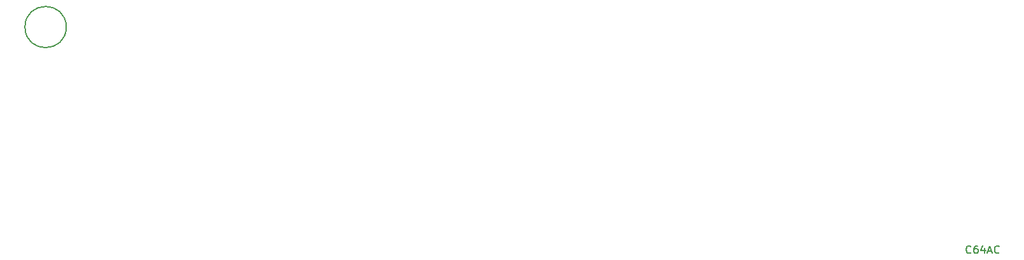
<source format=gbr>
G04 #@! TF.FileFunction,Other,Comment*
%FSLAX46Y46*%
G04 Gerber Fmt 4.6, Leading zero omitted, Abs format (unit mm)*
G04 Created by KiCad (PCBNEW 4.0.4+e1-6308~48~ubuntu15.10.1-stable) date Tue Aug  8 09:27:19 2017*
%MOMM*%
%LPD*%
G01*
G04 APERTURE LIST*
%ADD10C,0.150000*%
G04 APERTURE END LIST*
D10*
X94037600Y-117449600D02*
G75*
G03X94037600Y-117449600I-2750000J0D01*
G01*
X214540572Y-147553143D02*
X214492953Y-147600762D01*
X214350096Y-147648381D01*
X214254858Y-147648381D01*
X214112000Y-147600762D01*
X214016762Y-147505524D01*
X213969143Y-147410286D01*
X213921524Y-147219810D01*
X213921524Y-147076952D01*
X213969143Y-146886476D01*
X214016762Y-146791238D01*
X214112000Y-146696000D01*
X214254858Y-146648381D01*
X214350096Y-146648381D01*
X214492953Y-146696000D01*
X214540572Y-146743619D01*
X215397715Y-146648381D02*
X215207238Y-146648381D01*
X215112000Y-146696000D01*
X215064381Y-146743619D01*
X214969143Y-146886476D01*
X214921524Y-147076952D01*
X214921524Y-147457905D01*
X214969143Y-147553143D01*
X215016762Y-147600762D01*
X215112000Y-147648381D01*
X215302477Y-147648381D01*
X215397715Y-147600762D01*
X215445334Y-147553143D01*
X215492953Y-147457905D01*
X215492953Y-147219810D01*
X215445334Y-147124571D01*
X215397715Y-147076952D01*
X215302477Y-147029333D01*
X215112000Y-147029333D01*
X215016762Y-147076952D01*
X214969143Y-147124571D01*
X214921524Y-147219810D01*
X216350096Y-146981714D02*
X216350096Y-147648381D01*
X216112000Y-146600762D02*
X215873905Y-147315048D01*
X216492953Y-147315048D01*
X216826286Y-147362667D02*
X217302477Y-147362667D01*
X216731048Y-147648381D02*
X217064381Y-146648381D01*
X217397715Y-147648381D01*
X218302477Y-147553143D02*
X218254858Y-147600762D01*
X218112001Y-147648381D01*
X218016763Y-147648381D01*
X217873905Y-147600762D01*
X217778667Y-147505524D01*
X217731048Y-147410286D01*
X217683429Y-147219810D01*
X217683429Y-147076952D01*
X217731048Y-146886476D01*
X217778667Y-146791238D01*
X217873905Y-146696000D01*
X218016763Y-146648381D01*
X218112001Y-146648381D01*
X218254858Y-146696000D01*
X218302477Y-146743619D01*
M02*

</source>
